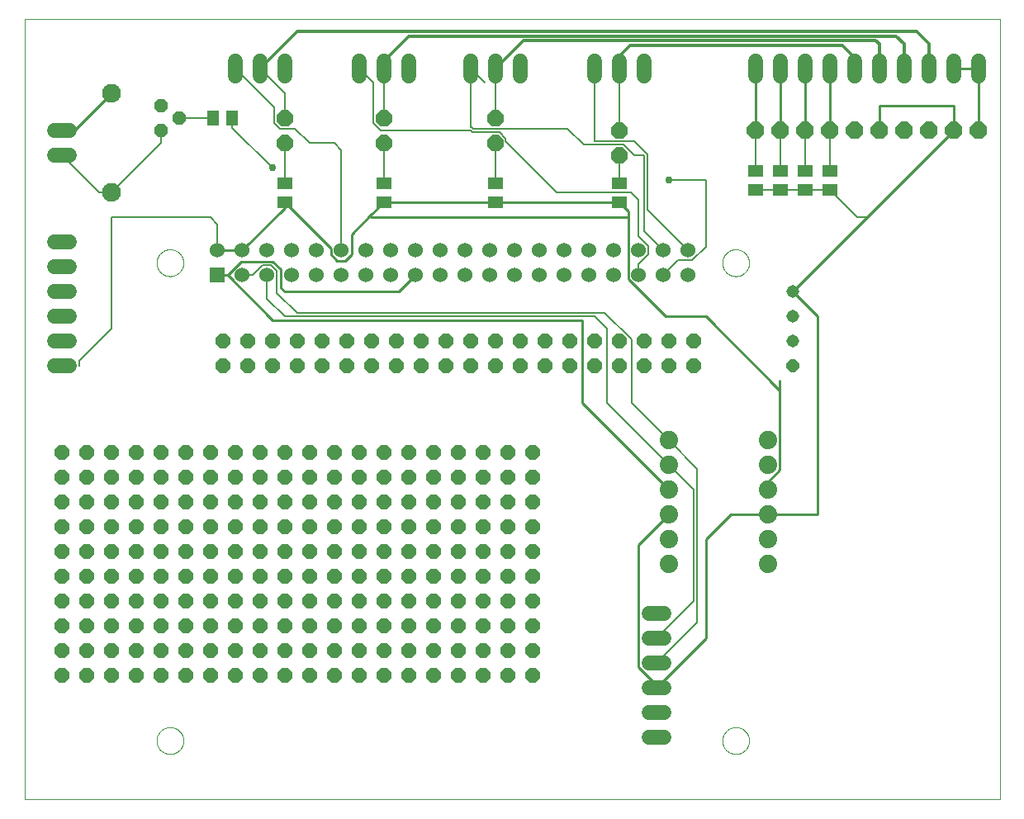
<source format=gtl>
G75*
%MOIN*%
%OFA0B0*%
%FSLAX25Y25*%
%IPPOS*%
%LPD*%
%AMOC8*
5,1,8,0,0,1.08239X$1,22.5*
%
%ADD10C,0.00000*%
%ADD11OC8,0.07000*%
%ADD12C,0.07400*%
%ADD13C,0.06000*%
%ADD14C,0.07600*%
%ADD15OC8,0.06600*%
%ADD16R,0.06000X0.06000*%
%ADD17C,0.06000*%
%ADD18R,0.06299X0.05118*%
%ADD19R,0.05118X0.06299*%
%ADD20OC8,0.05200*%
%ADD21OC8,0.05150*%
%ADD22C,0.05150*%
%ADD23OC8,0.06000*%
%ADD24C,0.00800*%
%ADD25C,0.01000*%
%ADD26C,0.01200*%
%ADD27C,0.02978*%
D10*
X0001000Y0001093D02*
X0001000Y0316053D01*
X0394701Y0316053D01*
X0394701Y0001093D01*
X0001000Y0001093D01*
X0054367Y0024872D02*
X0054369Y0025019D01*
X0054375Y0025165D01*
X0054385Y0025311D01*
X0054399Y0025457D01*
X0054417Y0025603D01*
X0054438Y0025748D01*
X0054464Y0025892D01*
X0054494Y0026036D01*
X0054527Y0026178D01*
X0054564Y0026320D01*
X0054605Y0026461D01*
X0054650Y0026600D01*
X0054699Y0026739D01*
X0054751Y0026876D01*
X0054808Y0027011D01*
X0054867Y0027145D01*
X0054931Y0027277D01*
X0054998Y0027407D01*
X0055068Y0027536D01*
X0055142Y0027663D01*
X0055219Y0027787D01*
X0055300Y0027910D01*
X0055384Y0028030D01*
X0055471Y0028148D01*
X0055561Y0028263D01*
X0055654Y0028376D01*
X0055751Y0028487D01*
X0055850Y0028595D01*
X0055952Y0028700D01*
X0056057Y0028802D01*
X0056165Y0028901D01*
X0056276Y0028998D01*
X0056389Y0029091D01*
X0056504Y0029181D01*
X0056622Y0029268D01*
X0056742Y0029352D01*
X0056865Y0029433D01*
X0056989Y0029510D01*
X0057116Y0029584D01*
X0057245Y0029654D01*
X0057375Y0029721D01*
X0057507Y0029785D01*
X0057641Y0029844D01*
X0057776Y0029901D01*
X0057913Y0029953D01*
X0058052Y0030002D01*
X0058191Y0030047D01*
X0058332Y0030088D01*
X0058474Y0030125D01*
X0058616Y0030158D01*
X0058760Y0030188D01*
X0058904Y0030214D01*
X0059049Y0030235D01*
X0059195Y0030253D01*
X0059341Y0030267D01*
X0059487Y0030277D01*
X0059633Y0030283D01*
X0059780Y0030285D01*
X0059927Y0030283D01*
X0060073Y0030277D01*
X0060219Y0030267D01*
X0060365Y0030253D01*
X0060511Y0030235D01*
X0060656Y0030214D01*
X0060800Y0030188D01*
X0060944Y0030158D01*
X0061086Y0030125D01*
X0061228Y0030088D01*
X0061369Y0030047D01*
X0061508Y0030002D01*
X0061647Y0029953D01*
X0061784Y0029901D01*
X0061919Y0029844D01*
X0062053Y0029785D01*
X0062185Y0029721D01*
X0062315Y0029654D01*
X0062444Y0029584D01*
X0062571Y0029510D01*
X0062695Y0029433D01*
X0062818Y0029352D01*
X0062938Y0029268D01*
X0063056Y0029181D01*
X0063171Y0029091D01*
X0063284Y0028998D01*
X0063395Y0028901D01*
X0063503Y0028802D01*
X0063608Y0028700D01*
X0063710Y0028595D01*
X0063809Y0028487D01*
X0063906Y0028376D01*
X0063999Y0028263D01*
X0064089Y0028148D01*
X0064176Y0028030D01*
X0064260Y0027910D01*
X0064341Y0027787D01*
X0064418Y0027663D01*
X0064492Y0027536D01*
X0064562Y0027407D01*
X0064629Y0027277D01*
X0064693Y0027145D01*
X0064752Y0027011D01*
X0064809Y0026876D01*
X0064861Y0026739D01*
X0064910Y0026600D01*
X0064955Y0026461D01*
X0064996Y0026320D01*
X0065033Y0026178D01*
X0065066Y0026036D01*
X0065096Y0025892D01*
X0065122Y0025748D01*
X0065143Y0025603D01*
X0065161Y0025457D01*
X0065175Y0025311D01*
X0065185Y0025165D01*
X0065191Y0025019D01*
X0065193Y0024872D01*
X0065191Y0024725D01*
X0065185Y0024579D01*
X0065175Y0024433D01*
X0065161Y0024287D01*
X0065143Y0024141D01*
X0065122Y0023996D01*
X0065096Y0023852D01*
X0065066Y0023708D01*
X0065033Y0023566D01*
X0064996Y0023424D01*
X0064955Y0023283D01*
X0064910Y0023144D01*
X0064861Y0023005D01*
X0064809Y0022868D01*
X0064752Y0022733D01*
X0064693Y0022599D01*
X0064629Y0022467D01*
X0064562Y0022337D01*
X0064492Y0022208D01*
X0064418Y0022081D01*
X0064341Y0021957D01*
X0064260Y0021834D01*
X0064176Y0021714D01*
X0064089Y0021596D01*
X0063999Y0021481D01*
X0063906Y0021368D01*
X0063809Y0021257D01*
X0063710Y0021149D01*
X0063608Y0021044D01*
X0063503Y0020942D01*
X0063395Y0020843D01*
X0063284Y0020746D01*
X0063171Y0020653D01*
X0063056Y0020563D01*
X0062938Y0020476D01*
X0062818Y0020392D01*
X0062695Y0020311D01*
X0062571Y0020234D01*
X0062444Y0020160D01*
X0062315Y0020090D01*
X0062185Y0020023D01*
X0062053Y0019959D01*
X0061919Y0019900D01*
X0061784Y0019843D01*
X0061647Y0019791D01*
X0061508Y0019742D01*
X0061369Y0019697D01*
X0061228Y0019656D01*
X0061086Y0019619D01*
X0060944Y0019586D01*
X0060800Y0019556D01*
X0060656Y0019530D01*
X0060511Y0019509D01*
X0060365Y0019491D01*
X0060219Y0019477D01*
X0060073Y0019467D01*
X0059927Y0019461D01*
X0059780Y0019459D01*
X0059633Y0019461D01*
X0059487Y0019467D01*
X0059341Y0019477D01*
X0059195Y0019491D01*
X0059049Y0019509D01*
X0058904Y0019530D01*
X0058760Y0019556D01*
X0058616Y0019586D01*
X0058474Y0019619D01*
X0058332Y0019656D01*
X0058191Y0019697D01*
X0058052Y0019742D01*
X0057913Y0019791D01*
X0057776Y0019843D01*
X0057641Y0019900D01*
X0057507Y0019959D01*
X0057375Y0020023D01*
X0057245Y0020090D01*
X0057116Y0020160D01*
X0056989Y0020234D01*
X0056865Y0020311D01*
X0056742Y0020392D01*
X0056622Y0020476D01*
X0056504Y0020563D01*
X0056389Y0020653D01*
X0056276Y0020746D01*
X0056165Y0020843D01*
X0056057Y0020942D01*
X0055952Y0021044D01*
X0055850Y0021149D01*
X0055751Y0021257D01*
X0055654Y0021368D01*
X0055561Y0021481D01*
X0055471Y0021596D01*
X0055384Y0021714D01*
X0055300Y0021834D01*
X0055219Y0021957D01*
X0055142Y0022081D01*
X0055068Y0022208D01*
X0054998Y0022337D01*
X0054931Y0022467D01*
X0054867Y0022599D01*
X0054808Y0022733D01*
X0054751Y0022868D01*
X0054699Y0023005D01*
X0054650Y0023144D01*
X0054605Y0023283D01*
X0054564Y0023424D01*
X0054527Y0023566D01*
X0054494Y0023708D01*
X0054464Y0023852D01*
X0054438Y0023996D01*
X0054417Y0024141D01*
X0054399Y0024287D01*
X0054385Y0024433D01*
X0054375Y0024579D01*
X0054369Y0024725D01*
X0054367Y0024872D01*
X0282713Y0024872D02*
X0282715Y0025019D01*
X0282721Y0025165D01*
X0282731Y0025311D01*
X0282745Y0025457D01*
X0282763Y0025603D01*
X0282784Y0025748D01*
X0282810Y0025892D01*
X0282840Y0026036D01*
X0282873Y0026178D01*
X0282910Y0026320D01*
X0282951Y0026461D01*
X0282996Y0026600D01*
X0283045Y0026739D01*
X0283097Y0026876D01*
X0283154Y0027011D01*
X0283213Y0027145D01*
X0283277Y0027277D01*
X0283344Y0027407D01*
X0283414Y0027536D01*
X0283488Y0027663D01*
X0283565Y0027787D01*
X0283646Y0027910D01*
X0283730Y0028030D01*
X0283817Y0028148D01*
X0283907Y0028263D01*
X0284000Y0028376D01*
X0284097Y0028487D01*
X0284196Y0028595D01*
X0284298Y0028700D01*
X0284403Y0028802D01*
X0284511Y0028901D01*
X0284622Y0028998D01*
X0284735Y0029091D01*
X0284850Y0029181D01*
X0284968Y0029268D01*
X0285088Y0029352D01*
X0285211Y0029433D01*
X0285335Y0029510D01*
X0285462Y0029584D01*
X0285591Y0029654D01*
X0285721Y0029721D01*
X0285853Y0029785D01*
X0285987Y0029844D01*
X0286122Y0029901D01*
X0286259Y0029953D01*
X0286398Y0030002D01*
X0286537Y0030047D01*
X0286678Y0030088D01*
X0286820Y0030125D01*
X0286962Y0030158D01*
X0287106Y0030188D01*
X0287250Y0030214D01*
X0287395Y0030235D01*
X0287541Y0030253D01*
X0287687Y0030267D01*
X0287833Y0030277D01*
X0287979Y0030283D01*
X0288126Y0030285D01*
X0288273Y0030283D01*
X0288419Y0030277D01*
X0288565Y0030267D01*
X0288711Y0030253D01*
X0288857Y0030235D01*
X0289002Y0030214D01*
X0289146Y0030188D01*
X0289290Y0030158D01*
X0289432Y0030125D01*
X0289574Y0030088D01*
X0289715Y0030047D01*
X0289854Y0030002D01*
X0289993Y0029953D01*
X0290130Y0029901D01*
X0290265Y0029844D01*
X0290399Y0029785D01*
X0290531Y0029721D01*
X0290661Y0029654D01*
X0290790Y0029584D01*
X0290917Y0029510D01*
X0291041Y0029433D01*
X0291164Y0029352D01*
X0291284Y0029268D01*
X0291402Y0029181D01*
X0291517Y0029091D01*
X0291630Y0028998D01*
X0291741Y0028901D01*
X0291849Y0028802D01*
X0291954Y0028700D01*
X0292056Y0028595D01*
X0292155Y0028487D01*
X0292252Y0028376D01*
X0292345Y0028263D01*
X0292435Y0028148D01*
X0292522Y0028030D01*
X0292606Y0027910D01*
X0292687Y0027787D01*
X0292764Y0027663D01*
X0292838Y0027536D01*
X0292908Y0027407D01*
X0292975Y0027277D01*
X0293039Y0027145D01*
X0293098Y0027011D01*
X0293155Y0026876D01*
X0293207Y0026739D01*
X0293256Y0026600D01*
X0293301Y0026461D01*
X0293342Y0026320D01*
X0293379Y0026178D01*
X0293412Y0026036D01*
X0293442Y0025892D01*
X0293468Y0025748D01*
X0293489Y0025603D01*
X0293507Y0025457D01*
X0293521Y0025311D01*
X0293531Y0025165D01*
X0293537Y0025019D01*
X0293539Y0024872D01*
X0293537Y0024725D01*
X0293531Y0024579D01*
X0293521Y0024433D01*
X0293507Y0024287D01*
X0293489Y0024141D01*
X0293468Y0023996D01*
X0293442Y0023852D01*
X0293412Y0023708D01*
X0293379Y0023566D01*
X0293342Y0023424D01*
X0293301Y0023283D01*
X0293256Y0023144D01*
X0293207Y0023005D01*
X0293155Y0022868D01*
X0293098Y0022733D01*
X0293039Y0022599D01*
X0292975Y0022467D01*
X0292908Y0022337D01*
X0292838Y0022208D01*
X0292764Y0022081D01*
X0292687Y0021957D01*
X0292606Y0021834D01*
X0292522Y0021714D01*
X0292435Y0021596D01*
X0292345Y0021481D01*
X0292252Y0021368D01*
X0292155Y0021257D01*
X0292056Y0021149D01*
X0291954Y0021044D01*
X0291849Y0020942D01*
X0291741Y0020843D01*
X0291630Y0020746D01*
X0291517Y0020653D01*
X0291402Y0020563D01*
X0291284Y0020476D01*
X0291164Y0020392D01*
X0291041Y0020311D01*
X0290917Y0020234D01*
X0290790Y0020160D01*
X0290661Y0020090D01*
X0290531Y0020023D01*
X0290399Y0019959D01*
X0290265Y0019900D01*
X0290130Y0019843D01*
X0289993Y0019791D01*
X0289854Y0019742D01*
X0289715Y0019697D01*
X0289574Y0019656D01*
X0289432Y0019619D01*
X0289290Y0019586D01*
X0289146Y0019556D01*
X0289002Y0019530D01*
X0288857Y0019509D01*
X0288711Y0019491D01*
X0288565Y0019477D01*
X0288419Y0019467D01*
X0288273Y0019461D01*
X0288126Y0019459D01*
X0287979Y0019461D01*
X0287833Y0019467D01*
X0287687Y0019477D01*
X0287541Y0019491D01*
X0287395Y0019509D01*
X0287250Y0019530D01*
X0287106Y0019556D01*
X0286962Y0019586D01*
X0286820Y0019619D01*
X0286678Y0019656D01*
X0286537Y0019697D01*
X0286398Y0019742D01*
X0286259Y0019791D01*
X0286122Y0019843D01*
X0285987Y0019900D01*
X0285853Y0019959D01*
X0285721Y0020023D01*
X0285591Y0020090D01*
X0285462Y0020160D01*
X0285335Y0020234D01*
X0285211Y0020311D01*
X0285088Y0020392D01*
X0284968Y0020476D01*
X0284850Y0020563D01*
X0284735Y0020653D01*
X0284622Y0020746D01*
X0284511Y0020843D01*
X0284403Y0020942D01*
X0284298Y0021044D01*
X0284196Y0021149D01*
X0284097Y0021257D01*
X0284000Y0021368D01*
X0283907Y0021481D01*
X0283817Y0021596D01*
X0283730Y0021714D01*
X0283646Y0021834D01*
X0283565Y0021957D01*
X0283488Y0022081D01*
X0283414Y0022208D01*
X0283344Y0022337D01*
X0283277Y0022467D01*
X0283213Y0022599D01*
X0283154Y0022733D01*
X0283097Y0022868D01*
X0283045Y0023005D01*
X0282996Y0023144D01*
X0282951Y0023283D01*
X0282910Y0023424D01*
X0282873Y0023566D01*
X0282840Y0023708D01*
X0282810Y0023852D01*
X0282784Y0023996D01*
X0282763Y0024141D01*
X0282745Y0024287D01*
X0282731Y0024433D01*
X0282721Y0024579D01*
X0282715Y0024725D01*
X0282713Y0024872D01*
X0282713Y0217785D02*
X0282715Y0217932D01*
X0282721Y0218078D01*
X0282731Y0218224D01*
X0282745Y0218370D01*
X0282763Y0218516D01*
X0282784Y0218661D01*
X0282810Y0218805D01*
X0282840Y0218949D01*
X0282873Y0219091D01*
X0282910Y0219233D01*
X0282951Y0219374D01*
X0282996Y0219513D01*
X0283045Y0219652D01*
X0283097Y0219789D01*
X0283154Y0219924D01*
X0283213Y0220058D01*
X0283277Y0220190D01*
X0283344Y0220320D01*
X0283414Y0220449D01*
X0283488Y0220576D01*
X0283565Y0220700D01*
X0283646Y0220823D01*
X0283730Y0220943D01*
X0283817Y0221061D01*
X0283907Y0221176D01*
X0284000Y0221289D01*
X0284097Y0221400D01*
X0284196Y0221508D01*
X0284298Y0221613D01*
X0284403Y0221715D01*
X0284511Y0221814D01*
X0284622Y0221911D01*
X0284735Y0222004D01*
X0284850Y0222094D01*
X0284968Y0222181D01*
X0285088Y0222265D01*
X0285211Y0222346D01*
X0285335Y0222423D01*
X0285462Y0222497D01*
X0285591Y0222567D01*
X0285721Y0222634D01*
X0285853Y0222698D01*
X0285987Y0222757D01*
X0286122Y0222814D01*
X0286259Y0222866D01*
X0286398Y0222915D01*
X0286537Y0222960D01*
X0286678Y0223001D01*
X0286820Y0223038D01*
X0286962Y0223071D01*
X0287106Y0223101D01*
X0287250Y0223127D01*
X0287395Y0223148D01*
X0287541Y0223166D01*
X0287687Y0223180D01*
X0287833Y0223190D01*
X0287979Y0223196D01*
X0288126Y0223198D01*
X0288273Y0223196D01*
X0288419Y0223190D01*
X0288565Y0223180D01*
X0288711Y0223166D01*
X0288857Y0223148D01*
X0289002Y0223127D01*
X0289146Y0223101D01*
X0289290Y0223071D01*
X0289432Y0223038D01*
X0289574Y0223001D01*
X0289715Y0222960D01*
X0289854Y0222915D01*
X0289993Y0222866D01*
X0290130Y0222814D01*
X0290265Y0222757D01*
X0290399Y0222698D01*
X0290531Y0222634D01*
X0290661Y0222567D01*
X0290790Y0222497D01*
X0290917Y0222423D01*
X0291041Y0222346D01*
X0291164Y0222265D01*
X0291284Y0222181D01*
X0291402Y0222094D01*
X0291517Y0222004D01*
X0291630Y0221911D01*
X0291741Y0221814D01*
X0291849Y0221715D01*
X0291954Y0221613D01*
X0292056Y0221508D01*
X0292155Y0221400D01*
X0292252Y0221289D01*
X0292345Y0221176D01*
X0292435Y0221061D01*
X0292522Y0220943D01*
X0292606Y0220823D01*
X0292687Y0220700D01*
X0292764Y0220576D01*
X0292838Y0220449D01*
X0292908Y0220320D01*
X0292975Y0220190D01*
X0293039Y0220058D01*
X0293098Y0219924D01*
X0293155Y0219789D01*
X0293207Y0219652D01*
X0293256Y0219513D01*
X0293301Y0219374D01*
X0293342Y0219233D01*
X0293379Y0219091D01*
X0293412Y0218949D01*
X0293442Y0218805D01*
X0293468Y0218661D01*
X0293489Y0218516D01*
X0293507Y0218370D01*
X0293521Y0218224D01*
X0293531Y0218078D01*
X0293537Y0217932D01*
X0293539Y0217785D01*
X0293537Y0217638D01*
X0293531Y0217492D01*
X0293521Y0217346D01*
X0293507Y0217200D01*
X0293489Y0217054D01*
X0293468Y0216909D01*
X0293442Y0216765D01*
X0293412Y0216621D01*
X0293379Y0216479D01*
X0293342Y0216337D01*
X0293301Y0216196D01*
X0293256Y0216057D01*
X0293207Y0215918D01*
X0293155Y0215781D01*
X0293098Y0215646D01*
X0293039Y0215512D01*
X0292975Y0215380D01*
X0292908Y0215250D01*
X0292838Y0215121D01*
X0292764Y0214994D01*
X0292687Y0214870D01*
X0292606Y0214747D01*
X0292522Y0214627D01*
X0292435Y0214509D01*
X0292345Y0214394D01*
X0292252Y0214281D01*
X0292155Y0214170D01*
X0292056Y0214062D01*
X0291954Y0213957D01*
X0291849Y0213855D01*
X0291741Y0213756D01*
X0291630Y0213659D01*
X0291517Y0213566D01*
X0291402Y0213476D01*
X0291284Y0213389D01*
X0291164Y0213305D01*
X0291041Y0213224D01*
X0290917Y0213147D01*
X0290790Y0213073D01*
X0290661Y0213003D01*
X0290531Y0212936D01*
X0290399Y0212872D01*
X0290265Y0212813D01*
X0290130Y0212756D01*
X0289993Y0212704D01*
X0289854Y0212655D01*
X0289715Y0212610D01*
X0289574Y0212569D01*
X0289432Y0212532D01*
X0289290Y0212499D01*
X0289146Y0212469D01*
X0289002Y0212443D01*
X0288857Y0212422D01*
X0288711Y0212404D01*
X0288565Y0212390D01*
X0288419Y0212380D01*
X0288273Y0212374D01*
X0288126Y0212372D01*
X0287979Y0212374D01*
X0287833Y0212380D01*
X0287687Y0212390D01*
X0287541Y0212404D01*
X0287395Y0212422D01*
X0287250Y0212443D01*
X0287106Y0212469D01*
X0286962Y0212499D01*
X0286820Y0212532D01*
X0286678Y0212569D01*
X0286537Y0212610D01*
X0286398Y0212655D01*
X0286259Y0212704D01*
X0286122Y0212756D01*
X0285987Y0212813D01*
X0285853Y0212872D01*
X0285721Y0212936D01*
X0285591Y0213003D01*
X0285462Y0213073D01*
X0285335Y0213147D01*
X0285211Y0213224D01*
X0285088Y0213305D01*
X0284968Y0213389D01*
X0284850Y0213476D01*
X0284735Y0213566D01*
X0284622Y0213659D01*
X0284511Y0213756D01*
X0284403Y0213855D01*
X0284298Y0213957D01*
X0284196Y0214062D01*
X0284097Y0214170D01*
X0284000Y0214281D01*
X0283907Y0214394D01*
X0283817Y0214509D01*
X0283730Y0214627D01*
X0283646Y0214747D01*
X0283565Y0214870D01*
X0283488Y0214994D01*
X0283414Y0215121D01*
X0283344Y0215250D01*
X0283277Y0215380D01*
X0283213Y0215512D01*
X0283154Y0215646D01*
X0283097Y0215781D01*
X0283045Y0215918D01*
X0282996Y0216057D01*
X0282951Y0216196D01*
X0282910Y0216337D01*
X0282873Y0216479D01*
X0282840Y0216621D01*
X0282810Y0216765D01*
X0282784Y0216909D01*
X0282763Y0217054D01*
X0282745Y0217200D01*
X0282731Y0217346D01*
X0282721Y0217492D01*
X0282715Y0217638D01*
X0282713Y0217785D01*
X0054367Y0217785D02*
X0054369Y0217932D01*
X0054375Y0218078D01*
X0054385Y0218224D01*
X0054399Y0218370D01*
X0054417Y0218516D01*
X0054438Y0218661D01*
X0054464Y0218805D01*
X0054494Y0218949D01*
X0054527Y0219091D01*
X0054564Y0219233D01*
X0054605Y0219374D01*
X0054650Y0219513D01*
X0054699Y0219652D01*
X0054751Y0219789D01*
X0054808Y0219924D01*
X0054867Y0220058D01*
X0054931Y0220190D01*
X0054998Y0220320D01*
X0055068Y0220449D01*
X0055142Y0220576D01*
X0055219Y0220700D01*
X0055300Y0220823D01*
X0055384Y0220943D01*
X0055471Y0221061D01*
X0055561Y0221176D01*
X0055654Y0221289D01*
X0055751Y0221400D01*
X0055850Y0221508D01*
X0055952Y0221613D01*
X0056057Y0221715D01*
X0056165Y0221814D01*
X0056276Y0221911D01*
X0056389Y0222004D01*
X0056504Y0222094D01*
X0056622Y0222181D01*
X0056742Y0222265D01*
X0056865Y0222346D01*
X0056989Y0222423D01*
X0057116Y0222497D01*
X0057245Y0222567D01*
X0057375Y0222634D01*
X0057507Y0222698D01*
X0057641Y0222757D01*
X0057776Y0222814D01*
X0057913Y0222866D01*
X0058052Y0222915D01*
X0058191Y0222960D01*
X0058332Y0223001D01*
X0058474Y0223038D01*
X0058616Y0223071D01*
X0058760Y0223101D01*
X0058904Y0223127D01*
X0059049Y0223148D01*
X0059195Y0223166D01*
X0059341Y0223180D01*
X0059487Y0223190D01*
X0059633Y0223196D01*
X0059780Y0223198D01*
X0059927Y0223196D01*
X0060073Y0223190D01*
X0060219Y0223180D01*
X0060365Y0223166D01*
X0060511Y0223148D01*
X0060656Y0223127D01*
X0060800Y0223101D01*
X0060944Y0223071D01*
X0061086Y0223038D01*
X0061228Y0223001D01*
X0061369Y0222960D01*
X0061508Y0222915D01*
X0061647Y0222866D01*
X0061784Y0222814D01*
X0061919Y0222757D01*
X0062053Y0222698D01*
X0062185Y0222634D01*
X0062315Y0222567D01*
X0062444Y0222497D01*
X0062571Y0222423D01*
X0062695Y0222346D01*
X0062818Y0222265D01*
X0062938Y0222181D01*
X0063056Y0222094D01*
X0063171Y0222004D01*
X0063284Y0221911D01*
X0063395Y0221814D01*
X0063503Y0221715D01*
X0063608Y0221613D01*
X0063710Y0221508D01*
X0063809Y0221400D01*
X0063906Y0221289D01*
X0063999Y0221176D01*
X0064089Y0221061D01*
X0064176Y0220943D01*
X0064260Y0220823D01*
X0064341Y0220700D01*
X0064418Y0220576D01*
X0064492Y0220449D01*
X0064562Y0220320D01*
X0064629Y0220190D01*
X0064693Y0220058D01*
X0064752Y0219924D01*
X0064809Y0219789D01*
X0064861Y0219652D01*
X0064910Y0219513D01*
X0064955Y0219374D01*
X0064996Y0219233D01*
X0065033Y0219091D01*
X0065066Y0218949D01*
X0065096Y0218805D01*
X0065122Y0218661D01*
X0065143Y0218516D01*
X0065161Y0218370D01*
X0065175Y0218224D01*
X0065185Y0218078D01*
X0065191Y0217932D01*
X0065193Y0217785D01*
X0065191Y0217638D01*
X0065185Y0217492D01*
X0065175Y0217346D01*
X0065161Y0217200D01*
X0065143Y0217054D01*
X0065122Y0216909D01*
X0065096Y0216765D01*
X0065066Y0216621D01*
X0065033Y0216479D01*
X0064996Y0216337D01*
X0064955Y0216196D01*
X0064910Y0216057D01*
X0064861Y0215918D01*
X0064809Y0215781D01*
X0064752Y0215646D01*
X0064693Y0215512D01*
X0064629Y0215380D01*
X0064562Y0215250D01*
X0064492Y0215121D01*
X0064418Y0214994D01*
X0064341Y0214870D01*
X0064260Y0214747D01*
X0064176Y0214627D01*
X0064089Y0214509D01*
X0063999Y0214394D01*
X0063906Y0214281D01*
X0063809Y0214170D01*
X0063710Y0214062D01*
X0063608Y0213957D01*
X0063503Y0213855D01*
X0063395Y0213756D01*
X0063284Y0213659D01*
X0063171Y0213566D01*
X0063056Y0213476D01*
X0062938Y0213389D01*
X0062818Y0213305D01*
X0062695Y0213224D01*
X0062571Y0213147D01*
X0062444Y0213073D01*
X0062315Y0213003D01*
X0062185Y0212936D01*
X0062053Y0212872D01*
X0061919Y0212813D01*
X0061784Y0212756D01*
X0061647Y0212704D01*
X0061508Y0212655D01*
X0061369Y0212610D01*
X0061228Y0212569D01*
X0061086Y0212532D01*
X0060944Y0212499D01*
X0060800Y0212469D01*
X0060656Y0212443D01*
X0060511Y0212422D01*
X0060365Y0212404D01*
X0060219Y0212390D01*
X0060073Y0212380D01*
X0059927Y0212374D01*
X0059780Y0212372D01*
X0059633Y0212374D01*
X0059487Y0212380D01*
X0059341Y0212390D01*
X0059195Y0212404D01*
X0059049Y0212422D01*
X0058904Y0212443D01*
X0058760Y0212469D01*
X0058616Y0212499D01*
X0058474Y0212532D01*
X0058332Y0212569D01*
X0058191Y0212610D01*
X0058052Y0212655D01*
X0057913Y0212704D01*
X0057776Y0212756D01*
X0057641Y0212813D01*
X0057507Y0212872D01*
X0057375Y0212936D01*
X0057245Y0213003D01*
X0057116Y0213073D01*
X0056989Y0213147D01*
X0056865Y0213224D01*
X0056742Y0213305D01*
X0056622Y0213389D01*
X0056504Y0213476D01*
X0056389Y0213566D01*
X0056276Y0213659D01*
X0056165Y0213756D01*
X0056057Y0213855D01*
X0055952Y0213957D01*
X0055850Y0214062D01*
X0055751Y0214170D01*
X0055654Y0214281D01*
X0055561Y0214394D01*
X0055471Y0214509D01*
X0055384Y0214627D01*
X0055300Y0214747D01*
X0055219Y0214870D01*
X0055142Y0214994D01*
X0055068Y0215121D01*
X0054998Y0215250D01*
X0054931Y0215380D01*
X0054867Y0215512D01*
X0054808Y0215646D01*
X0054751Y0215781D01*
X0054699Y0215918D01*
X0054650Y0216057D01*
X0054605Y0216196D01*
X0054564Y0216337D01*
X0054527Y0216479D01*
X0054494Y0216621D01*
X0054464Y0216765D01*
X0054438Y0216909D01*
X0054417Y0217054D01*
X0054399Y0217200D01*
X0054385Y0217346D01*
X0054375Y0217492D01*
X0054369Y0217638D01*
X0054367Y0217785D01*
D11*
X0296000Y0271093D03*
X0306000Y0271093D03*
X0316000Y0271093D03*
X0326000Y0271093D03*
X0336000Y0271093D03*
X0346000Y0271093D03*
X0356000Y0271093D03*
X0366000Y0271093D03*
X0376000Y0271093D03*
X0386000Y0271093D03*
D12*
X0301000Y0146093D03*
X0301000Y0136093D03*
X0301000Y0126093D03*
X0301000Y0116093D03*
X0301000Y0106093D03*
X0301000Y0096093D03*
X0261000Y0096093D03*
X0261000Y0106093D03*
X0261000Y0116093D03*
X0261000Y0126093D03*
X0261000Y0136093D03*
X0261000Y0146093D03*
D13*
X0259000Y0076093D02*
X0253000Y0076093D01*
X0253000Y0066093D02*
X0259000Y0066093D01*
X0259000Y0056093D02*
X0253000Y0056093D01*
X0253000Y0046093D02*
X0259000Y0046093D01*
X0259000Y0036093D02*
X0253000Y0036093D01*
X0253000Y0026093D02*
X0259000Y0026093D01*
X0019000Y0176093D02*
X0013000Y0176093D01*
X0013000Y0186093D02*
X0019000Y0186093D01*
X0019000Y0196093D02*
X0013000Y0196093D01*
X0013000Y0206093D02*
X0019000Y0206093D01*
X0019000Y0216093D02*
X0013000Y0216093D01*
X0013000Y0226093D02*
X0019000Y0226093D01*
X0019000Y0261093D02*
X0013000Y0261093D01*
X0013000Y0271093D02*
X0019000Y0271093D01*
X0086000Y0293093D02*
X0086000Y0299093D01*
X0096000Y0299093D02*
X0096000Y0293093D01*
X0106000Y0293093D02*
X0106000Y0299093D01*
X0136000Y0299093D02*
X0136000Y0293093D01*
X0146000Y0293093D02*
X0146000Y0299093D01*
X0156000Y0299093D02*
X0156000Y0293093D01*
X0181000Y0293093D02*
X0181000Y0299093D01*
X0191000Y0299093D02*
X0191000Y0293093D01*
X0201000Y0293093D02*
X0201000Y0299093D01*
X0231000Y0299093D02*
X0231000Y0293093D01*
X0241000Y0293093D02*
X0241000Y0299093D01*
X0251000Y0299093D02*
X0251000Y0293093D01*
X0296000Y0293093D02*
X0296000Y0299093D01*
X0306000Y0299093D02*
X0306000Y0293093D01*
X0316000Y0293093D02*
X0316000Y0299093D01*
X0326000Y0299093D02*
X0326000Y0293093D01*
X0336000Y0293093D02*
X0336000Y0299093D01*
X0346000Y0299093D02*
X0346000Y0293093D01*
X0356000Y0293093D02*
X0356000Y0299093D01*
X0366000Y0299093D02*
X0366000Y0293093D01*
X0376000Y0293093D02*
X0376000Y0299093D01*
X0386000Y0299093D02*
X0386000Y0293093D01*
D14*
X0036000Y0286093D03*
X0036000Y0246093D03*
D15*
X0106000Y0266093D03*
X0106000Y0276093D03*
X0146000Y0276093D03*
X0146000Y0266093D03*
X0191000Y0266093D03*
X0191000Y0276093D03*
X0241000Y0271093D03*
X0241000Y0261093D03*
D16*
X0078953Y0212785D03*
D17*
X0088900Y0212793D03*
X0098900Y0212793D03*
X0098900Y0222793D03*
X0088900Y0222793D03*
X0078900Y0222793D03*
X0108900Y0222793D03*
X0118900Y0222793D03*
X0128900Y0222793D03*
X0138900Y0222793D03*
X0148900Y0222793D03*
X0158900Y0222793D03*
X0168900Y0222793D03*
X0178900Y0222793D03*
X0188900Y0222793D03*
X0198900Y0222793D03*
X0208900Y0222793D03*
X0218900Y0222793D03*
X0228900Y0222793D03*
X0238900Y0222793D03*
X0248900Y0222793D03*
X0258900Y0222793D03*
X0268900Y0222793D03*
X0268900Y0212793D03*
X0258900Y0212793D03*
X0248900Y0212793D03*
X0238900Y0212793D03*
X0228900Y0212793D03*
X0218900Y0212793D03*
X0208900Y0212793D03*
X0198900Y0212793D03*
X0188900Y0212793D03*
X0178900Y0212793D03*
X0168900Y0212793D03*
X0158900Y0212793D03*
X0148900Y0212793D03*
X0138900Y0212793D03*
X0128900Y0212793D03*
X0118900Y0212793D03*
X0108900Y0212793D03*
D18*
X0106000Y0242352D03*
X0106000Y0249833D03*
X0146000Y0249833D03*
X0146000Y0242352D03*
X0191000Y0242352D03*
X0191000Y0249833D03*
X0241000Y0249833D03*
X0241000Y0242352D03*
X0296000Y0247352D03*
X0296000Y0254833D03*
X0306000Y0254833D03*
X0306000Y0247352D03*
X0316000Y0247352D03*
X0316000Y0254833D03*
X0326000Y0254833D03*
X0326000Y0247352D03*
D19*
X0084740Y0276093D03*
X0077260Y0276093D03*
D20*
X0063500Y0276093D03*
X0056000Y0281093D03*
X0056000Y0271093D03*
D21*
X0311000Y0176093D03*
D22*
X0311000Y0186093D03*
X0311000Y0196093D03*
X0311000Y0206093D03*
D23*
X0271000Y0186093D03*
X0261000Y0186093D03*
X0251000Y0186093D03*
X0241000Y0186093D03*
X0231000Y0186093D03*
X0221000Y0186093D03*
X0211000Y0186093D03*
X0201000Y0186093D03*
X0191000Y0186093D03*
X0181000Y0186093D03*
X0171000Y0186093D03*
X0161000Y0186093D03*
X0151000Y0186093D03*
X0141000Y0186093D03*
X0131000Y0186093D03*
X0121000Y0186093D03*
X0111000Y0186093D03*
X0101000Y0186093D03*
X0091000Y0186093D03*
X0081000Y0186093D03*
X0081000Y0176093D03*
X0091000Y0176093D03*
X0101000Y0176093D03*
X0111000Y0176093D03*
X0121000Y0176093D03*
X0131000Y0176093D03*
X0141000Y0176093D03*
X0151000Y0176093D03*
X0161000Y0176093D03*
X0171000Y0176093D03*
X0181000Y0176093D03*
X0191000Y0176093D03*
X0201000Y0176093D03*
X0211000Y0176093D03*
X0221000Y0176093D03*
X0231000Y0176093D03*
X0241000Y0176093D03*
X0251000Y0176093D03*
X0261000Y0176093D03*
X0271000Y0176093D03*
X0206000Y0141093D03*
X0196000Y0141093D03*
X0186000Y0141093D03*
X0176000Y0141093D03*
X0166000Y0141093D03*
X0156000Y0141093D03*
X0146000Y0141093D03*
X0136000Y0141093D03*
X0126000Y0141093D03*
X0116000Y0141093D03*
X0106000Y0141093D03*
X0096000Y0141093D03*
X0086000Y0141093D03*
X0076000Y0141093D03*
X0066000Y0141093D03*
X0056000Y0141093D03*
X0046000Y0141093D03*
X0036000Y0141093D03*
X0026000Y0141093D03*
X0016000Y0141093D03*
X0016000Y0131093D03*
X0026000Y0131093D03*
X0036000Y0131093D03*
X0046000Y0131093D03*
X0056000Y0131093D03*
X0066000Y0131093D03*
X0076000Y0131093D03*
X0086000Y0131093D03*
X0096000Y0131093D03*
X0106000Y0131093D03*
X0116000Y0131093D03*
X0126000Y0131093D03*
X0136000Y0131093D03*
X0146000Y0131093D03*
X0156000Y0131093D03*
X0166000Y0131093D03*
X0176000Y0131093D03*
X0186000Y0131093D03*
X0196000Y0131093D03*
X0206000Y0131093D03*
X0206000Y0121093D03*
X0196000Y0121093D03*
X0186000Y0121093D03*
X0176000Y0121093D03*
X0166000Y0121093D03*
X0156000Y0121093D03*
X0146000Y0121093D03*
X0136000Y0121093D03*
X0126000Y0121093D03*
X0116000Y0121093D03*
X0106000Y0121093D03*
X0096000Y0121093D03*
X0086000Y0121093D03*
X0076000Y0121093D03*
X0066000Y0121093D03*
X0056000Y0121093D03*
X0046000Y0121093D03*
X0036000Y0121093D03*
X0026000Y0121093D03*
X0016000Y0121093D03*
X0016000Y0111093D03*
X0026000Y0111093D03*
X0036000Y0111093D03*
X0046000Y0111093D03*
X0056000Y0111093D03*
X0066000Y0111093D03*
X0076000Y0111093D03*
X0086000Y0111093D03*
X0096000Y0111093D03*
X0106000Y0111093D03*
X0116000Y0111093D03*
X0126000Y0111093D03*
X0136000Y0111093D03*
X0146000Y0111093D03*
X0156000Y0111093D03*
X0166000Y0111093D03*
X0176000Y0111093D03*
X0186000Y0111093D03*
X0196000Y0111093D03*
X0206000Y0111093D03*
X0206000Y0101093D03*
X0196000Y0101093D03*
X0186000Y0101093D03*
X0176000Y0101093D03*
X0166000Y0101093D03*
X0156000Y0101093D03*
X0146000Y0101093D03*
X0136000Y0101093D03*
X0126000Y0101093D03*
X0116000Y0101093D03*
X0106000Y0101093D03*
X0096000Y0101093D03*
X0086000Y0101093D03*
X0076000Y0101093D03*
X0066000Y0101093D03*
X0056000Y0101093D03*
X0046000Y0101093D03*
X0036000Y0101093D03*
X0026000Y0101093D03*
X0016000Y0101093D03*
X0016000Y0091093D03*
X0026000Y0091093D03*
X0036000Y0091093D03*
X0046000Y0091093D03*
X0056000Y0091093D03*
X0066000Y0091093D03*
X0076000Y0091093D03*
X0086000Y0091093D03*
X0096000Y0091093D03*
X0106000Y0091093D03*
X0116000Y0091093D03*
X0126000Y0091093D03*
X0136000Y0091093D03*
X0146000Y0091093D03*
X0156000Y0091093D03*
X0166000Y0091093D03*
X0176000Y0091093D03*
X0186000Y0091093D03*
X0196000Y0091093D03*
X0206000Y0091093D03*
X0206000Y0081093D03*
X0196000Y0081093D03*
X0186000Y0081093D03*
X0176000Y0081093D03*
X0166000Y0081093D03*
X0156000Y0081093D03*
X0146000Y0081093D03*
X0136000Y0081093D03*
X0126000Y0081093D03*
X0116000Y0081093D03*
X0106000Y0081093D03*
X0096000Y0081093D03*
X0086000Y0081093D03*
X0076000Y0081093D03*
X0066000Y0081093D03*
X0056000Y0081093D03*
X0046000Y0081093D03*
X0036000Y0081093D03*
X0026000Y0081093D03*
X0016000Y0081093D03*
X0016000Y0071093D03*
X0026000Y0071093D03*
X0036000Y0071093D03*
X0046000Y0071093D03*
X0056000Y0071093D03*
X0066000Y0071093D03*
X0076000Y0071093D03*
X0086000Y0071093D03*
X0096000Y0071093D03*
X0106000Y0071093D03*
X0116000Y0071093D03*
X0126000Y0071093D03*
X0136000Y0071093D03*
X0146000Y0071093D03*
X0156000Y0071093D03*
X0166000Y0071093D03*
X0176000Y0071093D03*
X0186000Y0071093D03*
X0196000Y0071093D03*
X0206000Y0071093D03*
X0206000Y0061093D03*
X0196000Y0061093D03*
X0186000Y0061093D03*
X0176000Y0061093D03*
X0166000Y0061093D03*
X0156000Y0061093D03*
X0146000Y0061093D03*
X0136000Y0061093D03*
X0126000Y0061093D03*
X0116000Y0061093D03*
X0106000Y0061093D03*
X0096000Y0061093D03*
X0086000Y0061093D03*
X0076000Y0061093D03*
X0066000Y0061093D03*
X0056000Y0061093D03*
X0046000Y0061093D03*
X0036000Y0061093D03*
X0026000Y0061093D03*
X0016000Y0061093D03*
X0016000Y0051093D03*
X0026000Y0051093D03*
X0036000Y0051093D03*
X0046000Y0051093D03*
X0056000Y0051093D03*
X0066000Y0051093D03*
X0076000Y0051093D03*
X0086000Y0051093D03*
X0096000Y0051093D03*
X0106000Y0051093D03*
X0116000Y0051093D03*
X0126000Y0051093D03*
X0136000Y0051093D03*
X0146000Y0051093D03*
X0156000Y0051093D03*
X0166000Y0051093D03*
X0176000Y0051093D03*
X0186000Y0051093D03*
X0196000Y0051093D03*
X0206000Y0051093D03*
D24*
X0256000Y0056093D02*
X0272400Y0072493D01*
X0272400Y0081672D01*
X0272400Y0081673D01*
X0272400Y0134693D01*
X0261000Y0146093D01*
X0246000Y0161093D01*
X0246000Y0186749D01*
X0235257Y0197493D01*
X0111000Y0197493D01*
X0102900Y0205593D01*
X0102900Y0214449D01*
X0100557Y0216793D01*
X0097243Y0216793D01*
X0093243Y0212793D01*
X0088900Y0212793D01*
X0098900Y0212793D02*
X0098900Y0203193D01*
X0106000Y0196093D01*
X0231000Y0196093D01*
X0236000Y0191093D01*
X0236000Y0161093D01*
X0261000Y0136093D01*
X0271000Y0126093D01*
X0271000Y0081093D01*
X0256000Y0066093D01*
X0258900Y0212793D02*
X0264900Y0218793D01*
X0270557Y0218793D01*
X0276000Y0224236D01*
X0276000Y0251093D01*
X0261000Y0251093D01*
X0252400Y0261672D02*
X0247280Y0266793D01*
X0231000Y0266793D01*
X0231000Y0296093D01*
X0241000Y0296093D02*
X0241000Y0271093D01*
X0242781Y0265393D02*
X0226700Y0265393D01*
X0220300Y0271793D01*
X0182280Y0271793D01*
X0181580Y0272493D01*
X0181000Y0272493D01*
X0181000Y0296093D01*
X0186700Y0290393D01*
X0191000Y0296093D02*
X0191000Y0276093D01*
X0192781Y0270393D02*
X0181700Y0270393D01*
X0181000Y0271093D01*
X0144919Y0271093D01*
X0141700Y0274311D01*
X0141700Y0290393D01*
X0136000Y0296093D01*
X0146000Y0296093D02*
X0146000Y0276093D01*
X0146000Y0266093D02*
X0146000Y0249833D01*
X0128900Y0263193D02*
X0126000Y0266093D01*
X0116000Y0266093D01*
X0110300Y0271793D01*
X0104219Y0271793D01*
X0101700Y0274311D01*
X0101700Y0280393D01*
X0086000Y0296093D01*
X0096000Y0296093D02*
X0106000Y0286093D01*
X0106000Y0276093D01*
X0106000Y0266093D02*
X0106000Y0249833D01*
X0101000Y0256093D02*
X0084740Y0272352D01*
X0084740Y0276093D01*
X0077260Y0276093D02*
X0063500Y0276093D01*
X0056000Y0271093D02*
X0056000Y0266093D01*
X0036000Y0246093D01*
X0031000Y0246093D01*
X0016000Y0261093D01*
X0036000Y0236093D02*
X0036000Y0191093D01*
X0023000Y0178092D01*
X0023000Y0176093D01*
X0078900Y0222793D02*
X0078900Y0233193D01*
X0076000Y0236093D01*
X0036000Y0236093D01*
X0088900Y0222793D02*
X0096000Y0229893D01*
X0128900Y0222793D02*
X0128900Y0263193D01*
X0191000Y0266093D02*
X0191000Y0249833D01*
X0195300Y0266793D02*
X0215819Y0246274D01*
X0245819Y0246274D01*
X0248900Y0243193D01*
X0248900Y0228449D01*
X0252900Y0224449D01*
X0252900Y0221136D01*
X0248900Y0217136D01*
X0248900Y0212793D01*
X0258900Y0222793D02*
X0251000Y0230693D01*
X0251000Y0261093D01*
X0247081Y0261093D01*
X0242781Y0265393D01*
X0241000Y0261093D02*
X0241000Y0249833D01*
X0252400Y0239293D02*
X0252400Y0261672D01*
X0252400Y0239293D02*
X0268900Y0222793D01*
X0296000Y0247352D02*
X0306000Y0247352D01*
X0306000Y0247352D01*
X0316000Y0247352D01*
X0326000Y0247352D01*
X0337260Y0236093D01*
X0341000Y0236093D01*
X0326000Y0254833D02*
X0326000Y0271093D01*
X0316000Y0271093D02*
X0316000Y0271092D01*
X0316000Y0254833D01*
X0316000Y0247352D02*
X0316000Y0247352D01*
X0306000Y0254833D02*
X0306000Y0271093D01*
X0296000Y0271093D02*
X0296000Y0254833D01*
X0195300Y0266793D02*
X0195300Y0267874D01*
X0192781Y0270393D01*
D25*
X0191000Y0242352D02*
X0241000Y0242352D01*
X0244800Y0238552D01*
X0244800Y0236093D01*
X0141000Y0236093D01*
X0140370Y0236722D01*
X0146000Y0242352D01*
X0191000Y0242352D01*
X0158900Y0212793D02*
X0152200Y0206093D01*
X0106000Y0206093D01*
X0104400Y0207693D01*
X0104400Y0215071D01*
X0101178Y0218293D01*
X0088602Y0218293D01*
X0083095Y0212785D01*
X0078953Y0212785D01*
X0083109Y0212785D01*
X0101302Y0194593D01*
X0226000Y0194593D01*
X0226000Y0161093D01*
X0261000Y0126093D01*
X0261000Y0116093D02*
X0248900Y0103992D01*
X0248900Y0054394D01*
X0256000Y0047294D01*
X0256000Y0046093D01*
X0276000Y0066093D01*
X0276000Y0106093D01*
X0286000Y0116093D01*
X0301000Y0116093D01*
X0321000Y0116093D01*
X0321000Y0196093D01*
X0311000Y0206093D01*
X0341000Y0236093D01*
X0376000Y0271093D01*
X0376000Y0281093D01*
X0346000Y0281093D01*
X0346000Y0271093D01*
X0326000Y0271093D02*
X0326000Y0296093D01*
X0316000Y0296093D02*
X0316000Y0271093D01*
X0306000Y0271093D02*
X0306000Y0296093D01*
X0296000Y0296093D02*
X0296000Y0271093D01*
X0244800Y0236093D02*
X0244800Y0211094D01*
X0259802Y0196093D01*
X0276000Y0196093D01*
X0305800Y0166293D01*
X0305800Y0134104D01*
X0301000Y0129304D01*
X0301000Y0126093D01*
X0305800Y0166293D02*
X0305800Y0170094D01*
X0386000Y0271093D02*
X0386000Y0296093D01*
X0376000Y0296093D01*
X0140370Y0236722D02*
X0133000Y0229352D01*
X0133000Y0221094D01*
X0130598Y0218693D01*
X0127202Y0218693D01*
X0124800Y0221094D01*
X0124800Y0223552D01*
X0106000Y0242352D01*
X0106000Y0239893D01*
X0088900Y0222793D01*
X0078900Y0222793D01*
X0021000Y0271093D02*
X0016000Y0271093D01*
X0021000Y0271093D02*
X0036000Y0286093D01*
D26*
X0096000Y0296093D02*
X0111000Y0311093D01*
X0361000Y0311093D01*
X0366000Y0306093D01*
X0366000Y0296093D01*
X0356000Y0296093D02*
X0356000Y0306093D01*
X0352800Y0309293D01*
X0156000Y0309293D01*
X0146000Y0299293D01*
X0146000Y0296093D01*
X0191000Y0296093D02*
X0202400Y0307493D01*
X0344600Y0307493D01*
X0346000Y0306093D01*
X0346000Y0296093D01*
X0336000Y0296093D02*
X0336000Y0300693D01*
X0331000Y0305693D01*
X0245600Y0305693D01*
X0241000Y0301093D01*
D27*
X0261000Y0251093D03*
X0101000Y0256093D03*
M02*

</source>
